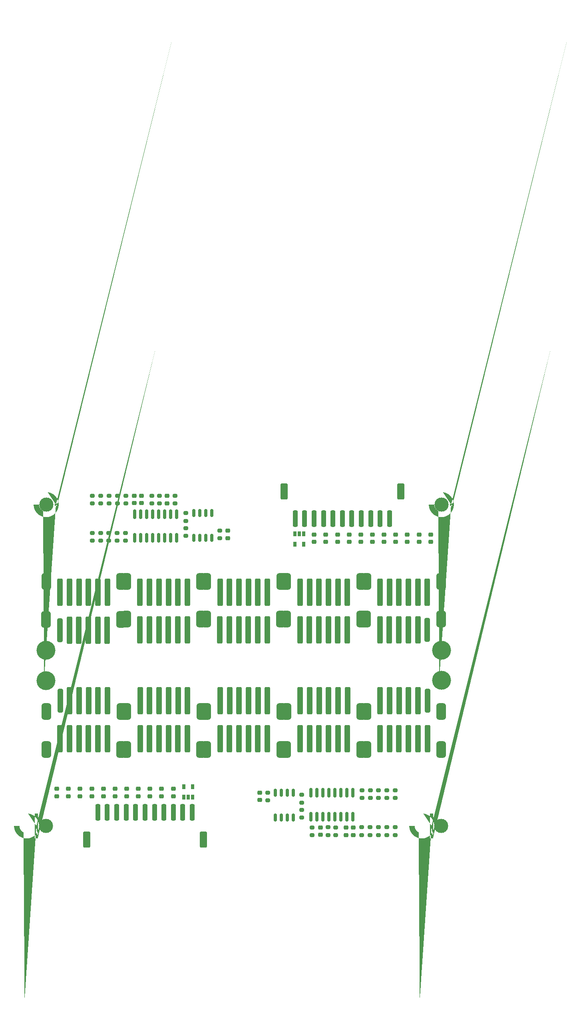
<source format=gts>
%TF.GenerationSoftware,KiCad,Pcbnew,(6.0.0-rc1-392-g84e0feeee6)*%
%TF.CreationDate,2021-12-10T20:28:18+07:00*%
%TF.ProjectId,Ambino Fan HUB CH552G_Pannelize,416d6269-6e6f-4204-9661-6e2048554220,rev?*%
%TF.SameCoordinates,Original*%
%TF.FileFunction,Soldermask,Top*%
%TF.FilePolarity,Negative*%
%FSLAX46Y46*%
G04 Gerber Fmt 4.6, Leading zero omitted, Abs format (unit mm)*
G04 Created by KiCad (PCBNEW (6.0.0-rc1-392-g84e0feeee6)) date 2021-12-10 20:28:18*
%MOMM*%
%LPD*%
G01*
G04 APERTURE LIST*
G04 Aperture macros list*
%AMRoundRect*
0 Rectangle with rounded corners*
0 $1 Rounding radius*
0 $2 $3 $4 $5 $6 $7 $8 $9 X,Y pos of 4 corners*
0 Add a 4 corners polygon primitive as box body*
4,1,4,$2,$3,$4,$5,$6,$7,$8,$9,$2,$3,0*
0 Add four circle primitives for the rounded corners*
1,1,$1+$1,$2,$3*
1,1,$1+$1,$4,$5*
1,1,$1+$1,$6,$7*
1,1,$1+$1,$8,$9*
0 Add four rect primitives between the rounded corners*
20,1,$1+$1,$2,$3,$4,$5,0*
20,1,$1+$1,$4,$5,$6,$7,0*
20,1,$1+$1,$6,$7,$8,$9,0*
20,1,$1+$1,$8,$9,$2,$3,0*%
%AMFreePoly0*
4,1,96,-1.742867,2.629104,-1.429420,2.570161,-1.125325,2.473988,-0.834986,2.341979,-0.562609,2.176045,-0.312140,1.978591,-0.087206,1.752476,0.108934,1.500977,0.273439,1.227734,0.403927,0.936708,0.498506,0.632114,0.555807,0.318363,0.575000,0.000000,0.574419,-0.055497,0.548563,-0.373388,0.484703,-0.685870,0.383766,-0.988418,0.247213,-1.276647,0.077021,-1.546384,-0.124343,-1.793721,
-0.353963,-2.015076,-0.608512,-2.207241,-0.884305,-2.367434,-1.177345,-2.493334,-1.483387,-2.583117,-1.798000,-2.635483,-2.116624,-2.649673,-2.434646,-2.625482,-2.747459,-2.563260,-3.050530,-2.463908,-3.339471,-2.328865,-3.610095,-2.160089,-3.858483,-1.960022,-4.081037,-1.731565,-4.274533,-1.478025,-4.436167,-1.203075,-4.563600,-0.910698,-4.654984,-0.605130,-4.708997,-0.290796,-4.724855,0.027750,
-4.724216,0.036774,-3.579692,0.036774,-3.565493,-0.209475,-3.511266,-0.450099,-3.418468,-0.678634,-3.289589,-0.888945,-3.128092,-1.075382,-2.938313,-1.232939,-2.725350,-1.357385,-2.494921,-1.445377,-2.253215,-1.494553,-2.006722,-1.503592,-1.762064,-1.472250,-1.525809,-1.401370,-1.304303,-1.292856,-1.103495,-1.149621,-0.928777,-0.975512,-0.784842,-0.775205,-0.675555,-0.554079,-0.603851,-0.318074,
-0.571656,-0.073526,-0.569859,0.000000,-0.590070,0.245829,-0.650159,0.485055,-0.748514,0.711256,-0.882492,0.918355,-1.048496,1.100790,-1.242068,1.253664,-1.458008,1.372869,-1.690518,1.455206,-1.933354,1.498461,-2.179993,1.501475,-2.423813,1.464165,-2.658266,1.387534,-2.877054,1.273640,-3.074303,1.125542,-3.244714,0.947216,-3.383712,0.743452,-3.487564,0.519722,-3.553481,0.282035,
-3.579692,0.036774,-4.724216,0.036774,-4.702329,0.345894,-4.641745,0.659028,-4.543982,0.962616,-4.410454,1.252260,-4.243097,1.523764,-4.044334,1.773196,-3.817044,1.996943,-3.564521,2.191764,-3.290421,2.354836,-2.998716,2.483797,-2.693630,2.576780,-2.379583,2.632438,-2.061125,2.649964,-1.742867,2.629104,-1.742867,2.629104,$1*%
G04 Aperture macros list end*
%ADD10RoundRect,0.200000X0.275000X-0.200000X0.275000X0.200000X-0.275000X0.200000X-0.275000X-0.200000X0*%
%ADD11RoundRect,0.200000X-0.275000X0.200000X-0.275000X-0.200000X0.275000X-0.200000X0.275000X0.200000X0*%
%ADD12RoundRect,0.225000X-0.250000X0.225000X-0.250000X-0.225000X0.250000X-0.225000X0.250000X0.225000X0*%
%ADD13R,0.650000X1.060000*%
%ADD14RoundRect,0.218750X-0.256250X0.218750X-0.256250X-0.218750X0.256250X-0.218750X0.256250X0.218750X0*%
%ADD15RoundRect,0.150000X-0.150000X0.850000X-0.150000X-0.850000X0.150000X-0.850000X0.150000X0.850000X0*%
%ADD16RoundRect,0.218750X0.256250X-0.218750X0.256250X0.218750X-0.256250X0.218750X-0.256250X-0.218750X0*%
%ADD17C,3.000000*%
%ADD18FreePoly0,180.000000*%
%ADD19RoundRect,0.300000X0.300000X-2.600000X0.300000X2.600000X-0.300000X2.600000X-0.300000X-2.600000X0*%
%ADD20RoundRect,0.500000X0.500000X-1.250000X0.500000X1.250000X-0.500000X1.250000X-0.500000X-1.250000X0*%
%ADD21RoundRect,0.250000X-0.250000X-1.500000X0.250000X-1.500000X0.250000X1.500000X-0.250000X1.500000X0*%
%ADD22RoundRect,0.250001X-0.499999X-1.449999X0.499999X-1.449999X0.499999X1.449999X-0.499999X1.449999X0*%
%ADD23RoundRect,0.150000X0.150000X-0.675000X0.150000X0.675000X-0.150000X0.675000X-0.150000X-0.675000X0*%
%ADD24C,4.000000*%
%ADD25RoundRect,0.300000X0.300000X-2.200000X0.300000X2.200000X-0.300000X2.200000X-0.300000X-2.200000X0*%
%ADD26RoundRect,0.300000X-0.300000X2.600000X-0.300000X-2.600000X0.300000X-2.600000X0.300000X2.600000X0*%
%ADD27RoundRect,0.300000X-0.300000X2.200000X-0.300000X-2.200000X0.300000X-2.200000X0.300000X2.200000X0*%
%ADD28RoundRect,0.500000X-0.500000X1.250000X-0.500000X-1.250000X0.500000X-1.250000X0.500000X1.250000X0*%
%ADD29FreePoly0,0.000000*%
%ADD30RoundRect,0.225000X0.250000X-0.225000X0.250000X0.225000X-0.250000X0.225000X-0.250000X-0.225000X0*%
%ADD31RoundRect,0.150000X-0.150000X0.675000X-0.150000X-0.675000X0.150000X-0.675000X0.150000X0.675000X0*%
%ADD32RoundRect,0.250000X0.250000X1.500000X-0.250000X1.500000X-0.250000X-1.500000X0.250000X-1.500000X0*%
%ADD33RoundRect,0.250000X0.500000X1.450000X-0.500000X1.450000X-0.500000X-1.450000X0.500000X-1.450000X0*%
%ADD34RoundRect,0.150000X0.150000X-0.850000X0.150000X0.850000X-0.150000X0.850000X-0.150000X-0.850000X0*%
G04 APERTURE END LIST*
D10*
%TO.C,R2*%
X146235680Y-120381000D03*
X146235680Y-118731000D03*
%TD*%
%TO.C,R18*%
X151822680Y-127251000D03*
X151822680Y-125601000D03*
%TD*%
%TO.C,R17*%
X153412680Y-127261000D03*
X153412680Y-125611000D03*
%TD*%
D11*
%TO.C,R15*%
X165995680Y-125581000D03*
X165995680Y-127231000D03*
%TD*%
%TO.C,R7*%
X162465680Y-125581000D03*
X162465680Y-127231000D03*
%TD*%
%TO.C,R11*%
X164230680Y-125581000D03*
X164230680Y-127231000D03*
%TD*%
D10*
%TO.C,R13*%
X166018680Y-119391000D03*
X166018680Y-117741000D03*
%TD*%
D12*
%TO.C,C6*%
X157130680Y-125671000D03*
X157130680Y-127221000D03*
%TD*%
D10*
%TO.C,R12*%
X160751430Y-119391000D03*
X160751430Y-117741000D03*
%TD*%
%TO.C,R16*%
X158995680Y-119391000D03*
X158995680Y-117741000D03*
%TD*%
D11*
%TO.C,R10*%
X160700680Y-125581000D03*
X160700680Y-127231000D03*
%TD*%
D13*
%TO.C,U2*%
X121225680Y-119186000D03*
X122175680Y-119186000D03*
X123125680Y-119186000D03*
X123125680Y-116986000D03*
X121225680Y-116986000D03*
%TD*%
D14*
%TO.C,F5*%
X106664570Y-117471000D03*
X106664570Y-119046000D03*
%TD*%
D15*
%TO.C,U1*%
X157055680Y-118326000D03*
X155785680Y-118326000D03*
X154515680Y-118326000D03*
X153245680Y-118326000D03*
X151975680Y-118326000D03*
X150705680Y-118326000D03*
X149435680Y-118326000D03*
X148165680Y-118326000D03*
X148165680Y-123326000D03*
X149435680Y-123326000D03*
X150705680Y-123326000D03*
X151975680Y-123326000D03*
X153245680Y-123326000D03*
X154515680Y-123326000D03*
X155785680Y-123326000D03*
X157055680Y-123326000D03*
%TD*%
D14*
%TO.C,F1*%
X94323456Y-117471000D03*
X94323456Y-119046000D03*
%TD*%
%TO.C,F6*%
X116537458Y-117471000D03*
X116537458Y-119046000D03*
%TD*%
D11*
%TO.C,R14*%
X158935680Y-125581000D03*
X158935680Y-127231000D03*
%TD*%
D10*
%TO.C,R8*%
X162507180Y-119391000D03*
X162507180Y-117741000D03*
%TD*%
D16*
%TO.C,D4*%
X137315680Y-119838500D03*
X137315680Y-118263500D03*
%TD*%
D10*
%TO.C,R9*%
X164262930Y-119391000D03*
X164262930Y-117741000D03*
%TD*%
D14*
%TO.C,F7*%
X114069236Y-117471000D03*
X114069236Y-119046000D03*
%TD*%
%TO.C,F10*%
X96791682Y-117471000D03*
X96791682Y-119046000D03*
%TD*%
D11*
%TO.C,R20*%
X148445680Y-125611000D03*
X148445680Y-127261000D03*
%TD*%
D10*
%TO.C,R21*%
X139035680Y-119896000D03*
X139035680Y-118246000D03*
%TD*%
D16*
%TO.C,D3*%
X150155680Y-127213500D03*
X150155680Y-125638500D03*
%TD*%
D17*
%TO.C,H23*%
X175770680Y-125326000D03*
D18*
X173695680Y-125326000D03*
%TD*%
D19*
%TO.C,J13*%
X121995680Y-106826000D03*
X119990680Y-106826000D03*
X117985680Y-106826000D03*
X115980680Y-106826000D03*
X113975680Y-106826000D03*
X111970680Y-106826000D03*
D20*
X124920680Y-109126000D03*
X109045680Y-109126000D03*
%TD*%
D21*
%TO.C,J1*%
X103025680Y-122436000D03*
X105025680Y-122436000D03*
X107025680Y-122436000D03*
X109025680Y-122436000D03*
X111025680Y-122436000D03*
X113025680Y-122436000D03*
X115025680Y-122436000D03*
X117025680Y-122436000D03*
X119025680Y-122436000D03*
X121025680Y-122436000D03*
X123025680Y-122436000D03*
D22*
X125375680Y-128186000D03*
X100675680Y-128186000D03*
%TD*%
D23*
%TO.C,Q1*%
X144470680Y-123561000D03*
X141930680Y-123561000D03*
X140660680Y-123561000D03*
X143200680Y-123561000D03*
X143200680Y-118311000D03*
X141930680Y-118311000D03*
X140660680Y-118311000D03*
X144470680Y-118311000D03*
%TD*%
D24*
%TO.C,H24*%
X175845680Y-94501000D03*
%TD*%
D11*
%TO.C,R1*%
X146235680Y-121891000D03*
X146235680Y-123541000D03*
%TD*%
D12*
%TO.C,C7*%
X155580680Y-125671000D03*
X155580680Y-127221000D03*
%TD*%
D16*
%TO.C,F11*%
X119005680Y-119046000D03*
X119005680Y-117471000D03*
%TD*%
D19*
%TO.C,J11*%
X155895680Y-106826000D03*
X153890680Y-106826000D03*
X151885680Y-106826000D03*
X149880680Y-106826000D03*
X147875680Y-106826000D03*
X145870680Y-106826000D03*
D20*
X158820680Y-109126000D03*
X142945680Y-109126000D03*
%TD*%
D19*
%TO.C,J10*%
X172845680Y-106826000D03*
X170840680Y-106826000D03*
X168835680Y-106826000D03*
X166830680Y-106826000D03*
X164825680Y-106826000D03*
X162820680Y-106826000D03*
D20*
X159895680Y-109126000D03*
X175770680Y-109126000D03*
%TD*%
D17*
%TO.C,H22*%
X92045680Y-125351000D03*
D18*
X89970680Y-125351000D03*
%TD*%
D19*
%TO.C,J12*%
X138945680Y-106826000D03*
X136940680Y-106826000D03*
X134935680Y-106826000D03*
X132930680Y-106826000D03*
X130925680Y-106826000D03*
X128920680Y-106826000D03*
D20*
X141870680Y-109126000D03*
X125995680Y-109126000D03*
%TD*%
D19*
%TO.C,J8*%
X155920680Y-98826000D03*
X153915680Y-98826000D03*
X151910680Y-98826000D03*
X149905680Y-98826000D03*
X147900680Y-98826000D03*
X145895680Y-98826000D03*
D20*
X158845680Y-101126000D03*
X142970680Y-101126000D03*
%TD*%
D25*
%TO.C,J9*%
X172870680Y-98801000D03*
D19*
X170865680Y-98801000D03*
X168860680Y-98801000D03*
X166855680Y-98801000D03*
X164850680Y-98801000D03*
X162845680Y-98801000D03*
D20*
X175795680Y-101101000D03*
X159920680Y-101101000D03*
%TD*%
D19*
%TO.C,J7*%
X138970680Y-98826000D03*
X136965680Y-98826000D03*
X134960680Y-98826000D03*
X132955680Y-98826000D03*
X130950680Y-98826000D03*
X128945680Y-98826000D03*
D20*
X126020680Y-101126000D03*
X141895680Y-101126000D03*
%TD*%
D14*
%TO.C,F4*%
X104196348Y-117471000D03*
X104196348Y-119046000D03*
%TD*%
%TO.C,F8*%
X111601014Y-117471000D03*
X111601014Y-119046000D03*
%TD*%
D24*
%TO.C,H21*%
X92020680Y-94576000D03*
%TD*%
D14*
%TO.C,F2*%
X99259904Y-117471000D03*
X99259904Y-119046000D03*
%TD*%
%TO.C,F9*%
X109132792Y-117471000D03*
X109132792Y-119046000D03*
%TD*%
%TO.C,F3*%
X101728126Y-117471000D03*
X101728126Y-119046000D03*
%TD*%
D19*
%TO.C,J14*%
X105045680Y-106826000D03*
X103040680Y-106826000D03*
X101035680Y-106826000D03*
X99030680Y-106826000D03*
X97025680Y-106826000D03*
X95020680Y-106826000D03*
D20*
X92095680Y-109126000D03*
X107970680Y-109126000D03*
%TD*%
D19*
%TO.C,J6*%
X122020680Y-98826000D03*
X120015680Y-98826000D03*
X118010680Y-98826000D03*
X116005680Y-98826000D03*
X114000680Y-98826000D03*
X111995680Y-98826000D03*
D20*
X124945680Y-101126000D03*
X109070680Y-101126000D03*
%TD*%
D19*
%TO.C,J5*%
X105070680Y-98826000D03*
X103065680Y-98826000D03*
X101060680Y-98826000D03*
X99055680Y-98826000D03*
X97050680Y-98826000D03*
D25*
X95045680Y-98826000D03*
D20*
X107995680Y-101126000D03*
X92120680Y-101126000D03*
%TD*%
D26*
%TO.C,J5*%
X162793750Y-83860000D03*
X164798750Y-83860000D03*
X166803750Y-83860000D03*
X168808750Y-83860000D03*
X170813750Y-83860000D03*
D27*
X172818750Y-83860000D03*
D28*
X159868750Y-81560000D03*
X175743750Y-81560000D03*
%TD*%
D26*
%TO.C,J6*%
X145843750Y-83860000D03*
X147848750Y-83860000D03*
X149853750Y-83860000D03*
X151858750Y-83860000D03*
X153863750Y-83860000D03*
X155868750Y-83860000D03*
D28*
X142918750Y-81560000D03*
X158793750Y-81560000D03*
%TD*%
D26*
%TO.C,J7*%
X128893750Y-83860000D03*
X130898750Y-83860000D03*
X132903750Y-83860000D03*
X134908750Y-83860000D03*
X136913750Y-83860000D03*
X138918750Y-83860000D03*
D28*
X141843750Y-81560000D03*
X125968750Y-81560000D03*
%TD*%
D26*
%TO.C,J8*%
X111943750Y-83860000D03*
X113948750Y-83860000D03*
X115953750Y-83860000D03*
X117958750Y-83860000D03*
X119963750Y-83860000D03*
X121968750Y-83860000D03*
D28*
X109018750Y-81560000D03*
X124893750Y-81560000D03*
%TD*%
D27*
%TO.C,J9*%
X94993750Y-83885000D03*
D26*
X96998750Y-83885000D03*
X99003750Y-83885000D03*
X101008750Y-83885000D03*
X103013750Y-83885000D03*
X105018750Y-83885000D03*
D28*
X92068750Y-81585000D03*
X107943750Y-81585000D03*
%TD*%
D26*
%TO.C,J10*%
X95018750Y-75860000D03*
X97023750Y-75860000D03*
X99028750Y-75860000D03*
X101033750Y-75860000D03*
X103038750Y-75860000D03*
X105043750Y-75860000D03*
D28*
X107968750Y-73560000D03*
X92093750Y-73560000D03*
%TD*%
D26*
%TO.C,J11*%
X111968750Y-75860000D03*
X113973750Y-75860000D03*
X115978750Y-75860000D03*
X117983750Y-75860000D03*
X119988750Y-75860000D03*
X121993750Y-75860000D03*
D28*
X109043750Y-73560000D03*
X124918750Y-73560000D03*
%TD*%
D26*
%TO.C,J12*%
X128918750Y-75860000D03*
X130923750Y-75860000D03*
X132928750Y-75860000D03*
X134933750Y-75860000D03*
X136938750Y-75860000D03*
X138943750Y-75860000D03*
D28*
X125993750Y-73560000D03*
X141868750Y-73560000D03*
%TD*%
D26*
%TO.C,J13*%
X145868750Y-75860000D03*
X147873750Y-75860000D03*
X149878750Y-75860000D03*
X151883750Y-75860000D03*
X153888750Y-75860000D03*
X155893750Y-75860000D03*
D28*
X142943750Y-73560000D03*
X158818750Y-73560000D03*
%TD*%
D26*
%TO.C,J14*%
X162818750Y-75860000D03*
X164823750Y-75860000D03*
X166828750Y-75860000D03*
X168833750Y-75860000D03*
X170838750Y-75860000D03*
X172843750Y-75860000D03*
D28*
X175768750Y-73560000D03*
X159893750Y-73560000D03*
%TD*%
D24*
%TO.C,H21*%
X175843750Y-88110000D03*
%TD*%
D17*
%TO.C,H22*%
X175818750Y-57335000D03*
D29*
X177893750Y-57335000D03*
%TD*%
D17*
%TO.C,H23*%
X92093750Y-57360000D03*
D29*
X94168750Y-57360000D03*
%TD*%
D24*
%TO.C,H24*%
X92018750Y-88185000D03*
%TD*%
D14*
%TO.C,F11*%
X148858750Y-63640000D03*
X148858750Y-65215000D03*
%TD*%
D30*
%TO.C,C7*%
X112283750Y-57015000D03*
X112283750Y-55465000D03*
%TD*%
D31*
%TO.C,Q1*%
X123393750Y-59125000D03*
X125933750Y-59125000D03*
X127203750Y-59125000D03*
X124663750Y-59125000D03*
X124663750Y-64375000D03*
X125933750Y-64375000D03*
X127203750Y-64375000D03*
X123393750Y-64375000D03*
%TD*%
D10*
%TO.C,R1*%
X121628750Y-60795000D03*
X121628750Y-59145000D03*
%TD*%
D32*
%TO.C,J1*%
X164838750Y-60250000D03*
X162838750Y-60250000D03*
X160838750Y-60250000D03*
X158838750Y-60250000D03*
X156838750Y-60250000D03*
X154838750Y-60250000D03*
X152838750Y-60250000D03*
X150838750Y-60250000D03*
X148838750Y-60250000D03*
X146838750Y-60250000D03*
X144838750Y-60250000D03*
D33*
X142488750Y-54500000D03*
X167188750Y-54500000D03*
%TD*%
D16*
%TO.C,F3*%
X166136304Y-65215000D03*
X166136304Y-63640000D03*
%TD*%
%TO.C,F9*%
X158731638Y-65215000D03*
X158731638Y-63640000D03*
%TD*%
%TO.C,F2*%
X168604526Y-65215000D03*
X168604526Y-63640000D03*
%TD*%
%TO.C,F8*%
X156263416Y-65215000D03*
X156263416Y-63640000D03*
%TD*%
%TO.C,F4*%
X163668082Y-65215000D03*
X163668082Y-63640000D03*
%TD*%
%TO.C,F6*%
X151326972Y-65215000D03*
X151326972Y-63640000D03*
%TD*%
%TO.C,F7*%
X153795194Y-65215000D03*
X153795194Y-63640000D03*
%TD*%
%TO.C,F10*%
X171072748Y-65215000D03*
X171072748Y-63640000D03*
%TD*%
%TO.C,F1*%
X173540974Y-65215000D03*
X173540974Y-63640000D03*
%TD*%
%TO.C,F5*%
X161199860Y-65215000D03*
X161199860Y-63640000D03*
%TD*%
D11*
%TO.C,R9*%
X103601500Y-63295000D03*
X103601500Y-64945000D03*
%TD*%
D10*
%TO.C,R7*%
X105398750Y-57105000D03*
X105398750Y-55455000D03*
%TD*%
%TO.C,R11*%
X103633750Y-57105000D03*
X103633750Y-55455000D03*
%TD*%
D11*
%TO.C,R13*%
X101845750Y-63295000D03*
X101845750Y-64945000D03*
%TD*%
D10*
%TO.C,R15*%
X101868750Y-57105000D03*
X101868750Y-55455000D03*
%TD*%
D14*
%TO.C,D3*%
X117708750Y-55472500D03*
X117708750Y-57047500D03*
%TD*%
%TO.C,D4*%
X130548750Y-62847500D03*
X130548750Y-64422500D03*
%TD*%
D11*
%TO.C,R21*%
X128828750Y-62790000D03*
X128828750Y-64440000D03*
%TD*%
D30*
%TO.C,C6*%
X110733750Y-57015000D03*
X110733750Y-55465000D03*
%TD*%
D10*
%TO.C,R20*%
X119418750Y-57075000D03*
X119418750Y-55425000D03*
%TD*%
D11*
%TO.C,R8*%
X105357250Y-63295000D03*
X105357250Y-64945000D03*
%TD*%
D10*
%TO.C,R14*%
X108928750Y-57105000D03*
X108928750Y-55455000D03*
%TD*%
D11*
%TO.C,R16*%
X108868750Y-63295000D03*
X108868750Y-64945000D03*
%TD*%
D10*
%TO.C,R10*%
X107163750Y-57105000D03*
X107163750Y-55455000D03*
%TD*%
D11*
%TO.C,R12*%
X107113000Y-63295000D03*
X107113000Y-64945000D03*
%TD*%
D34*
%TO.C,U1*%
X110808750Y-64360000D03*
X112078750Y-64360000D03*
X113348750Y-64360000D03*
X114618750Y-64360000D03*
X115888750Y-64360000D03*
X117158750Y-64360000D03*
X118428750Y-64360000D03*
X119698750Y-64360000D03*
X119698750Y-59360000D03*
X118428750Y-59360000D03*
X117158750Y-59360000D03*
X115888750Y-59360000D03*
X114618750Y-59360000D03*
X113348750Y-59360000D03*
X112078750Y-59360000D03*
X110808750Y-59360000D03*
%TD*%
D13*
%TO.C,U2*%
X146638750Y-63500000D03*
X145688750Y-63500000D03*
X144738750Y-63500000D03*
X144738750Y-65700000D03*
X146638750Y-65700000D03*
%TD*%
D11*
%TO.C,R18*%
X116041750Y-55435000D03*
X116041750Y-57085000D03*
%TD*%
%TO.C,R17*%
X114451750Y-55425000D03*
X114451750Y-57075000D03*
%TD*%
%TO.C,R2*%
X121628750Y-62305000D03*
X121628750Y-63955000D03*
%TD*%
M02*

</source>
